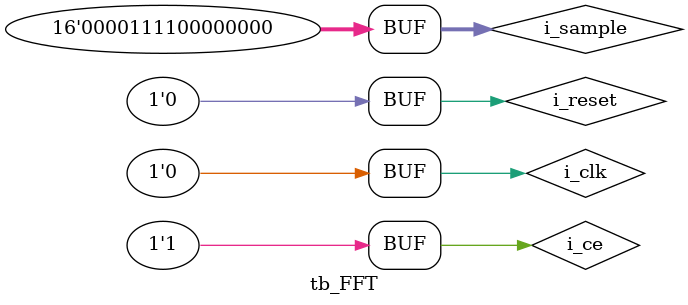
<source format=v>
`timescale 1us/1ns
module tb_FFT();
reg i_clk;
reg i_reset;
reg i_ce;
reg [15:0] i_sample;

wire [15:0] o_result;
wire o_sync;


fftmain DUT1(i_clk, i_reset, i_ce, i_sample, o_result, o_sync);


initial begin
i_ce = 1'b0;
i_sample = 16'h0f00;
i_reset = 1'b1;
#30;
i_reset = 1'b0;
i_ce = 1'b1;
end

always begin
i_clk = 1'b1;
#5;
i_clk = 1'b0;
#5;
end

endmodule 
</source>
